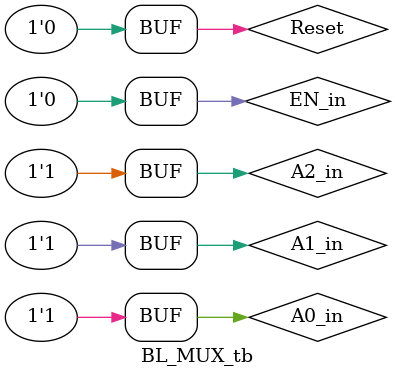
<source format=v>
`timescale 1ns / 1ps

module BL_MUX_tb;

    // Inputs
    reg Reset;
    reg EN_in;
    reg A2_in, A1_in, A0_in;

    // Outputs
    wire A2_out, A1_out, A0_out;
    wire EN_out;

    // Instantiate the Unit Under Test (UUT)
    BL_MUX uut (
        .Reset(Reset), 
        .EN_in(EN_in), 
        .A2_in(A2_in), 
        .A1_in(A1_in), 
        .A0_in(A0_in), 
        .A2_out(A2_out), 
        .A1_out(A1_out), 
        .A0_out(A0_out), 
        .EN_out(EN_out)
    );

    initial begin
        // Initialize Inputs
        Reset = 0;
        EN_in = 0;
        A2_in = 0; A1_in = 0; A0_in = 0;

        // Wait 100 ns for global reset to finish
        #100;
        
        // Add stimulus here
        Reset = 1;
        #100;

        EN_in = 1;
        A2_in = 0; A1_in = 0; A0_in = 0;
        #100;
        
        EN_in = 0;
        #100;

        EN_in = 1;
        A2_in = 0; A1_in = 0; A0_in = 1;
        #100;
        
        EN_in = 0;
        #100;

        EN_in = 1;
        A2_in = 0; A1_in = 1; A0_in = 0;
        #100;
        
        EN_in = 0;
        #100;
                
        EN_in = 1;
        A2_in = 0; A1_in = 1; A0_in = 1;
        #100;
        
        EN_in = 0;
        #100;

        EN_in = 1;
        A2_in = 1; A1_in = 0; A0_in = 0;
        #100;
        
        EN_in = 0;
        #100;

        EN_in = 1;
        A2_in = 1; A1_in = 0; A0_in = 1;
        #100;
        
        EN_in = 0;
        #100;

        EN_in = 1;
        A2_in = 1; A1_in = 1; A0_in = 0;
        #100;
        
        EN_in = 0;
        #100;

        EN_in = 1;
        A2_in = 1; A1_in = 1; A0_in = 1;
        #100;
        
        EN_in = 0;
        #100;

        Reset = 0;
        #100;
    end
      
endmodule

</source>
